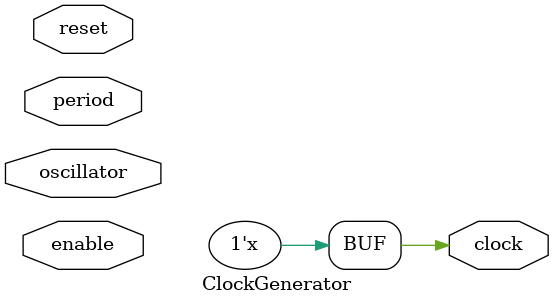
<source format=v>

module ClockGenerator #(
        parameter CLOCK_COUNTER_WIDTH = 32
    ) (
        input reset,
        input oscillator,
        input enable,
        input [CLOCK_COUNTER_WIDTH-1:0] period,
        output reg clock
    );

    reg [CLOCK_COUNTER_WIDTH-1:0] counter;

    initial begin
        clock = 0;
        counter = 0;
    end

    always @ (posedge oscillator)
        if (!reset) begin
            if (enable)
                counter = (counter < period) ? counter + 1 : 0;
        end else begin
            counter = 0;
        end

    always @ (counter)
        if (counter == period - 1)
           clock = ~clock;

endmodule

</source>
